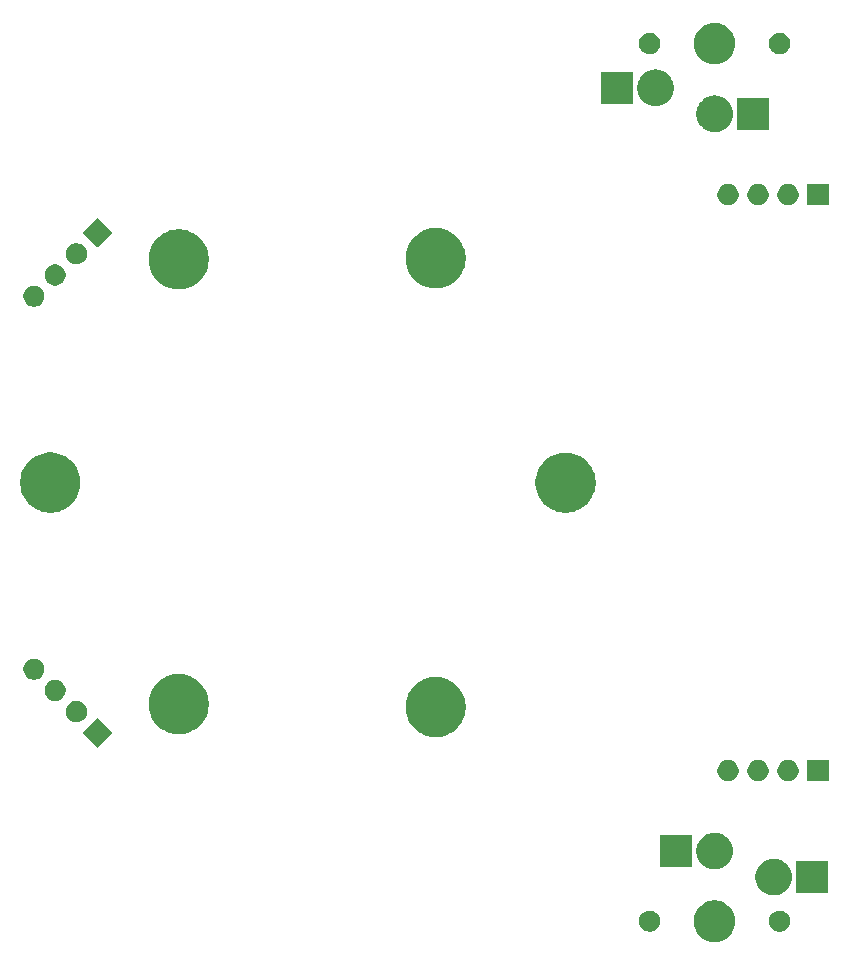
<source format=gbr>
G04 #@! TF.GenerationSoftware,KiCad,Pcbnew,9.0.2*
G04 #@! TF.CreationDate,2025-09-19T15:49:58-04:00*
G04 #@! TF.ProjectId,Trackball,54726163-6b62-4616-9c6c-2e6b69636164,rev?*
G04 #@! TF.SameCoordinates,Original*
G04 #@! TF.FileFunction,Soldermask,Bot*
G04 #@! TF.FilePolarity,Negative*
%FSLAX46Y46*%
G04 Gerber Fmt 4.6, Leading zero omitted, Abs format (unit mm)*
G04 Created by KiCad (PCBNEW 9.0.2) date 2025-09-19 15:49:58*
%MOMM*%
%LPD*%
G01*
G04 APERTURE LIST*
G04 APERTURE END LIST*
G36*
X245362432Y-137002424D02*
G01*
X245585501Y-137062195D01*
X245798861Y-137150571D01*
X245998859Y-137266040D01*
X246182075Y-137406627D01*
X246345373Y-137569925D01*
X246485960Y-137753141D01*
X246601429Y-137953139D01*
X246689805Y-138166499D01*
X246749576Y-138389568D01*
X246779720Y-138618531D01*
X246779720Y-138849469D01*
X246749576Y-139078432D01*
X246689805Y-139301501D01*
X246601429Y-139514861D01*
X246485960Y-139714859D01*
X246345373Y-139898075D01*
X246182075Y-140061373D01*
X245998859Y-140201960D01*
X245798861Y-140317429D01*
X245585501Y-140405805D01*
X245362432Y-140465576D01*
X245133469Y-140495720D01*
X244902531Y-140495720D01*
X244673568Y-140465576D01*
X244450499Y-140405805D01*
X244237139Y-140317429D01*
X244037141Y-140201960D01*
X243853925Y-140061373D01*
X243690627Y-139898075D01*
X243550040Y-139714859D01*
X243434571Y-139514861D01*
X243346195Y-139301501D01*
X243286424Y-139078432D01*
X243256280Y-138849469D01*
X243256280Y-138618531D01*
X243286424Y-138389568D01*
X243346195Y-138166499D01*
X243434571Y-137953139D01*
X243550040Y-137753141D01*
X243690627Y-137569925D01*
X243853925Y-137406627D01*
X244037141Y-137266040D01*
X244237139Y-137150571D01*
X244450499Y-137062195D01*
X244673568Y-137002424D01*
X244902531Y-136972280D01*
X245133469Y-136972280D01*
X245362432Y-137002424D01*
G37*
G36*
X239779808Y-137870936D02*
G01*
X239943153Y-137938595D01*
X240090159Y-138036822D01*
X240215178Y-138161841D01*
X240313405Y-138308847D01*
X240381064Y-138472192D01*
X240415557Y-138645598D01*
X240415557Y-138822402D01*
X240381064Y-138995808D01*
X240313405Y-139159153D01*
X240215178Y-139306159D01*
X240090159Y-139431178D01*
X239943153Y-139529405D01*
X239779808Y-139597064D01*
X239606402Y-139631557D01*
X239429598Y-139631557D01*
X239256192Y-139597064D01*
X239092847Y-139529405D01*
X238945841Y-139431178D01*
X238820822Y-139306159D01*
X238722595Y-139159153D01*
X238654936Y-138995808D01*
X238620443Y-138822402D01*
X238620443Y-138645598D01*
X238654936Y-138472192D01*
X238722595Y-138308847D01*
X238820822Y-138161841D01*
X238945841Y-138036822D01*
X239092847Y-137938595D01*
X239256192Y-137870936D01*
X239429598Y-137836443D01*
X239606402Y-137836443D01*
X239779808Y-137870936D01*
G37*
G36*
X250779808Y-137870936D02*
G01*
X250943153Y-137938595D01*
X251090159Y-138036822D01*
X251215178Y-138161841D01*
X251313405Y-138308847D01*
X251381064Y-138472192D01*
X251415557Y-138645598D01*
X251415557Y-138822402D01*
X251381064Y-138995808D01*
X251313405Y-139159153D01*
X251215178Y-139306159D01*
X251090159Y-139431178D01*
X250943153Y-139529405D01*
X250779808Y-139597064D01*
X250606402Y-139631557D01*
X250429598Y-139631557D01*
X250256192Y-139597064D01*
X250092847Y-139529405D01*
X249945841Y-139431178D01*
X249820822Y-139306159D01*
X249722595Y-139159153D01*
X249654936Y-138995808D01*
X249620443Y-138822402D01*
X249620443Y-138645598D01*
X249654936Y-138472192D01*
X249722595Y-138308847D01*
X249820822Y-138161841D01*
X249945841Y-138036822D01*
X250092847Y-137938595D01*
X250256192Y-137870936D01*
X250429598Y-137836443D01*
X250606402Y-137836443D01*
X250779808Y-137870936D01*
G37*
G36*
X250128482Y-133437781D02*
G01*
X250139690Y-133437781D01*
X250194888Y-133446523D01*
X250320534Y-133463065D01*
X250351189Y-133471279D01*
X250380074Y-133475854D01*
X250435620Y-133493902D01*
X250516467Y-133515565D01*
X250568050Y-133536931D01*
X250611542Y-133551063D01*
X250652286Y-133571823D01*
X250703870Y-133593190D01*
X250776353Y-133635038D01*
X250828395Y-133661555D01*
X250852055Y-133678745D01*
X250879539Y-133694613D01*
X250980074Y-133771756D01*
X251025294Y-133804610D01*
X251033219Y-133812535D01*
X251040466Y-133818096D01*
X251183903Y-133961533D01*
X251189463Y-133968779D01*
X251197390Y-133976706D01*
X251230247Y-134021930D01*
X251307386Y-134122460D01*
X251323252Y-134149941D01*
X251340445Y-134173605D01*
X251366964Y-134225652D01*
X251408809Y-134298129D01*
X251430173Y-134349706D01*
X251450937Y-134390458D01*
X251465070Y-134433955D01*
X251486434Y-134485532D01*
X251508093Y-134566366D01*
X251526146Y-134621926D01*
X251530721Y-134650816D01*
X251538934Y-134681465D01*
X251555474Y-134807099D01*
X251564219Y-134862310D01*
X251564219Y-134873518D01*
X251565412Y-134882580D01*
X251565412Y-135085419D01*
X251564219Y-135094480D01*
X251564219Y-135105690D01*
X251555473Y-135160905D01*
X251538934Y-135286534D01*
X251530722Y-135317180D01*
X251526146Y-135346074D01*
X251508091Y-135401638D01*
X251486434Y-135482467D01*
X251465071Y-135534039D01*
X251450937Y-135577542D01*
X251430171Y-135618297D01*
X251408809Y-135669870D01*
X251366968Y-135742338D01*
X251340445Y-135794395D01*
X251323249Y-135818062D01*
X251307386Y-135845539D01*
X251230261Y-135946050D01*
X251197390Y-135991294D01*
X251189459Y-135999224D01*
X251183903Y-136006466D01*
X251040466Y-136149903D01*
X251033224Y-136155459D01*
X251025294Y-136163390D01*
X250980050Y-136196261D01*
X250879539Y-136273386D01*
X250852062Y-136289249D01*
X250828395Y-136306445D01*
X250776338Y-136332968D01*
X250703870Y-136374809D01*
X250652297Y-136396171D01*
X250611542Y-136416937D01*
X250568039Y-136431071D01*
X250516467Y-136452434D01*
X250435638Y-136474091D01*
X250380074Y-136492146D01*
X250351180Y-136496722D01*
X250320534Y-136504934D01*
X250194902Y-136521474D01*
X250139690Y-136530219D01*
X250128481Y-136530219D01*
X250119420Y-136531412D01*
X249916580Y-136531412D01*
X249907519Y-136530219D01*
X249896310Y-136530219D01*
X249841099Y-136521474D01*
X249715465Y-136504934D01*
X249684816Y-136496721D01*
X249655926Y-136492146D01*
X249600366Y-136474093D01*
X249519532Y-136452434D01*
X249467955Y-136431070D01*
X249424458Y-136416937D01*
X249383706Y-136396173D01*
X249332129Y-136374809D01*
X249259652Y-136332964D01*
X249207605Y-136306445D01*
X249183941Y-136289252D01*
X249156460Y-136273386D01*
X249055930Y-136196247D01*
X249010706Y-136163390D01*
X249002779Y-136155463D01*
X248995533Y-136149903D01*
X248852096Y-136006466D01*
X248846535Y-135999219D01*
X248838610Y-135991294D01*
X248805756Y-135946074D01*
X248728613Y-135845539D01*
X248712745Y-135818055D01*
X248695555Y-135794395D01*
X248669038Y-135742353D01*
X248627190Y-135669870D01*
X248605823Y-135618286D01*
X248585063Y-135577542D01*
X248570931Y-135534050D01*
X248549565Y-135482467D01*
X248527902Y-135401620D01*
X248509854Y-135346074D01*
X248505279Y-135317189D01*
X248497065Y-135286534D01*
X248480524Y-135160891D01*
X248471781Y-135105690D01*
X248471781Y-135094480D01*
X248470588Y-135085419D01*
X248470588Y-134882580D01*
X248471781Y-134873518D01*
X248471781Y-134862310D01*
X248480523Y-134807113D01*
X248497065Y-134681465D01*
X248505279Y-134650807D01*
X248509854Y-134621926D01*
X248527900Y-134566383D01*
X248549565Y-134485532D01*
X248570933Y-134433944D01*
X248585063Y-134390458D01*
X248605821Y-134349717D01*
X248627190Y-134298129D01*
X248669042Y-134225637D01*
X248695555Y-134173605D01*
X248712742Y-134149948D01*
X248728613Y-134122460D01*
X248805770Y-134021906D01*
X248838610Y-133976706D01*
X248846532Y-133968783D01*
X248852096Y-133961533D01*
X248995533Y-133818096D01*
X249002783Y-133812532D01*
X249010706Y-133804610D01*
X249055906Y-133771770D01*
X249156460Y-133694613D01*
X249183948Y-133678742D01*
X249207605Y-133661555D01*
X249259637Y-133635042D01*
X249332129Y-133593190D01*
X249383717Y-133571821D01*
X249424458Y-133551063D01*
X249467944Y-133536933D01*
X249519532Y-133515565D01*
X249600383Y-133493900D01*
X249655926Y-133475854D01*
X249684807Y-133471279D01*
X249715465Y-133463065D01*
X249841113Y-133446523D01*
X249896310Y-133437781D01*
X249907518Y-133437781D01*
X249916580Y-133436588D01*
X250119420Y-133436588D01*
X250128482Y-133437781D01*
G37*
G36*
X254612517Y-133636882D02*
G01*
X254629062Y-133647938D01*
X254640118Y-133664483D01*
X254644000Y-133684000D01*
X254644000Y-136284000D01*
X254640118Y-136303517D01*
X254629062Y-136320062D01*
X254612517Y-136331118D01*
X254593000Y-136335000D01*
X251993000Y-136335000D01*
X251973483Y-136331118D01*
X251956938Y-136320062D01*
X251945882Y-136303517D01*
X251942000Y-136284000D01*
X251942000Y-133684000D01*
X251945882Y-133664483D01*
X251956938Y-133647938D01*
X251973483Y-133636882D01*
X251993000Y-133633000D01*
X254593000Y-133633000D01*
X254612517Y-133636882D01*
G37*
G36*
X245128482Y-131237781D02*
G01*
X245139690Y-131237781D01*
X245194888Y-131246523D01*
X245320534Y-131263065D01*
X245351189Y-131271279D01*
X245380074Y-131275854D01*
X245435620Y-131293902D01*
X245516467Y-131315565D01*
X245568050Y-131336931D01*
X245611542Y-131351063D01*
X245652286Y-131371823D01*
X245703870Y-131393190D01*
X245776353Y-131435038D01*
X245828395Y-131461555D01*
X245852055Y-131478745D01*
X245879539Y-131494613D01*
X245980074Y-131571756D01*
X246025294Y-131604610D01*
X246033219Y-131612535D01*
X246040466Y-131618096D01*
X246183903Y-131761533D01*
X246189463Y-131768779D01*
X246197390Y-131776706D01*
X246230247Y-131821930D01*
X246307386Y-131922460D01*
X246323252Y-131949941D01*
X246340445Y-131973605D01*
X246366964Y-132025652D01*
X246408809Y-132098129D01*
X246430173Y-132149706D01*
X246450937Y-132190458D01*
X246465070Y-132233955D01*
X246486434Y-132285532D01*
X246508093Y-132366366D01*
X246526146Y-132421926D01*
X246530721Y-132450816D01*
X246538934Y-132481465D01*
X246555474Y-132607099D01*
X246564219Y-132662310D01*
X246564219Y-132673518D01*
X246565412Y-132682580D01*
X246565412Y-132885419D01*
X246564219Y-132894480D01*
X246564219Y-132905690D01*
X246555473Y-132960905D01*
X246538934Y-133086534D01*
X246530722Y-133117180D01*
X246526146Y-133146074D01*
X246508091Y-133201638D01*
X246486434Y-133282467D01*
X246465071Y-133334039D01*
X246450937Y-133377542D01*
X246430171Y-133418297D01*
X246408809Y-133469870D01*
X246366968Y-133542338D01*
X246340445Y-133594395D01*
X246323249Y-133618062D01*
X246307386Y-133645539D01*
X246230261Y-133746050D01*
X246197390Y-133791294D01*
X246189459Y-133799224D01*
X246183903Y-133806466D01*
X246040466Y-133949903D01*
X246033224Y-133955459D01*
X246025294Y-133963390D01*
X245980050Y-133996261D01*
X245879539Y-134073386D01*
X245852062Y-134089249D01*
X245828395Y-134106445D01*
X245776338Y-134132968D01*
X245703870Y-134174809D01*
X245652297Y-134196171D01*
X245611542Y-134216937D01*
X245568039Y-134231071D01*
X245516467Y-134252434D01*
X245435638Y-134274091D01*
X245380074Y-134292146D01*
X245351180Y-134296722D01*
X245320534Y-134304934D01*
X245194902Y-134321474D01*
X245139690Y-134330219D01*
X245128481Y-134330219D01*
X245119420Y-134331412D01*
X244916580Y-134331412D01*
X244907519Y-134330219D01*
X244896310Y-134330219D01*
X244841099Y-134321474D01*
X244715465Y-134304934D01*
X244684816Y-134296721D01*
X244655926Y-134292146D01*
X244600366Y-134274093D01*
X244519532Y-134252434D01*
X244467955Y-134231070D01*
X244424458Y-134216937D01*
X244383706Y-134196173D01*
X244332129Y-134174809D01*
X244259652Y-134132964D01*
X244207605Y-134106445D01*
X244183941Y-134089252D01*
X244156460Y-134073386D01*
X244055930Y-133996247D01*
X244010706Y-133963390D01*
X244002779Y-133955463D01*
X243995533Y-133949903D01*
X243852096Y-133806466D01*
X243846535Y-133799219D01*
X243838610Y-133791294D01*
X243805756Y-133746074D01*
X243728613Y-133645539D01*
X243712745Y-133618055D01*
X243695555Y-133594395D01*
X243669038Y-133542353D01*
X243627190Y-133469870D01*
X243605823Y-133418286D01*
X243585063Y-133377542D01*
X243570931Y-133334050D01*
X243549565Y-133282467D01*
X243527902Y-133201620D01*
X243509854Y-133146074D01*
X243505279Y-133117189D01*
X243497065Y-133086534D01*
X243480524Y-132960891D01*
X243471781Y-132905690D01*
X243471781Y-132894480D01*
X243470588Y-132885419D01*
X243470588Y-132682580D01*
X243471781Y-132673518D01*
X243471781Y-132662310D01*
X243480523Y-132607113D01*
X243497065Y-132481465D01*
X243505279Y-132450807D01*
X243509854Y-132421926D01*
X243527900Y-132366383D01*
X243549565Y-132285532D01*
X243570933Y-132233944D01*
X243585063Y-132190458D01*
X243605821Y-132149717D01*
X243627190Y-132098129D01*
X243669042Y-132025637D01*
X243695555Y-131973605D01*
X243712742Y-131949948D01*
X243728613Y-131922460D01*
X243805770Y-131821906D01*
X243838610Y-131776706D01*
X243846532Y-131768783D01*
X243852096Y-131761533D01*
X243995533Y-131618096D01*
X244002783Y-131612532D01*
X244010706Y-131604610D01*
X244055906Y-131571770D01*
X244156460Y-131494613D01*
X244183948Y-131478742D01*
X244207605Y-131461555D01*
X244259637Y-131435042D01*
X244332129Y-131393190D01*
X244383717Y-131371821D01*
X244424458Y-131351063D01*
X244467944Y-131336933D01*
X244519532Y-131315565D01*
X244600383Y-131293900D01*
X244655926Y-131275854D01*
X244684807Y-131271279D01*
X244715465Y-131263065D01*
X244841113Y-131246523D01*
X244896310Y-131237781D01*
X244907518Y-131237781D01*
X244916580Y-131236588D01*
X245119420Y-131236588D01*
X245128482Y-131237781D01*
G37*
G36*
X243062517Y-131436882D02*
G01*
X243079062Y-131447938D01*
X243090118Y-131464483D01*
X243094000Y-131484000D01*
X243094000Y-134084000D01*
X243090118Y-134103517D01*
X243079062Y-134120062D01*
X243062517Y-134131118D01*
X243043000Y-134135000D01*
X240443000Y-134135000D01*
X240423483Y-134131118D01*
X240406938Y-134120062D01*
X240395882Y-134103517D01*
X240392000Y-134084000D01*
X240392000Y-131484000D01*
X240395882Y-131464483D01*
X240406938Y-131447938D01*
X240423483Y-131436882D01*
X240443000Y-131433000D01*
X243043000Y-131433000D01*
X243062517Y-131436882D01*
G37*
G36*
X254637517Y-125086882D02*
G01*
X254654062Y-125097938D01*
X254665118Y-125114483D01*
X254669000Y-125134000D01*
X254669000Y-126834000D01*
X254665118Y-126853517D01*
X254654062Y-126870062D01*
X254637517Y-126881118D01*
X254618000Y-126885000D01*
X252918000Y-126885000D01*
X252898483Y-126881118D01*
X252881938Y-126870062D01*
X252870882Y-126853517D01*
X252867000Y-126834000D01*
X252867000Y-125134000D01*
X252870882Y-125114483D01*
X252881938Y-125097938D01*
X252898483Y-125086882D01*
X252918000Y-125083000D01*
X254618000Y-125083000D01*
X254637517Y-125086882D01*
G37*
G36*
X246409546Y-125121797D02*
G01*
X246572728Y-125189389D01*
X246719588Y-125287518D01*
X246844482Y-125412412D01*
X246942611Y-125559272D01*
X247010203Y-125722454D01*
X247044661Y-125895687D01*
X247044661Y-126072313D01*
X247010203Y-126245546D01*
X246942611Y-126408728D01*
X246844482Y-126555588D01*
X246719588Y-126680482D01*
X246572728Y-126778611D01*
X246409546Y-126846203D01*
X246236313Y-126880661D01*
X246059687Y-126880661D01*
X245886454Y-126846203D01*
X245723272Y-126778611D01*
X245576412Y-126680482D01*
X245451518Y-126555588D01*
X245353389Y-126408728D01*
X245285797Y-126245546D01*
X245251339Y-126072313D01*
X245251339Y-125895687D01*
X245285797Y-125722454D01*
X245353389Y-125559272D01*
X245451518Y-125412412D01*
X245576412Y-125287518D01*
X245723272Y-125189389D01*
X245886454Y-125121797D01*
X246059687Y-125087339D01*
X246236313Y-125087339D01*
X246409546Y-125121797D01*
G37*
G36*
X248949546Y-125121797D02*
G01*
X249112728Y-125189389D01*
X249259588Y-125287518D01*
X249384482Y-125412412D01*
X249482611Y-125559272D01*
X249550203Y-125722454D01*
X249584661Y-125895687D01*
X249584661Y-126072313D01*
X249550203Y-126245546D01*
X249482611Y-126408728D01*
X249384482Y-126555588D01*
X249259588Y-126680482D01*
X249112728Y-126778611D01*
X248949546Y-126846203D01*
X248776313Y-126880661D01*
X248599687Y-126880661D01*
X248426454Y-126846203D01*
X248263272Y-126778611D01*
X248116412Y-126680482D01*
X247991518Y-126555588D01*
X247893389Y-126408728D01*
X247825797Y-126245546D01*
X247791339Y-126072313D01*
X247791339Y-125895687D01*
X247825797Y-125722454D01*
X247893389Y-125559272D01*
X247991518Y-125412412D01*
X248116412Y-125287518D01*
X248263272Y-125189389D01*
X248426454Y-125121797D01*
X248599687Y-125087339D01*
X248776313Y-125087339D01*
X248949546Y-125121797D01*
G37*
G36*
X251489546Y-125121797D02*
G01*
X251652728Y-125189389D01*
X251799588Y-125287518D01*
X251924482Y-125412412D01*
X252022611Y-125559272D01*
X252090203Y-125722454D01*
X252124661Y-125895687D01*
X252124661Y-126072313D01*
X252090203Y-126245546D01*
X252022611Y-126408728D01*
X251924482Y-126555588D01*
X251799588Y-126680482D01*
X251652728Y-126778611D01*
X251489546Y-126846203D01*
X251316313Y-126880661D01*
X251139687Y-126880661D01*
X250966454Y-126846203D01*
X250803272Y-126778611D01*
X250656412Y-126680482D01*
X250531518Y-126555588D01*
X250433389Y-126408728D01*
X250365797Y-126245546D01*
X250331339Y-126072313D01*
X250331339Y-125895687D01*
X250365797Y-125722454D01*
X250433389Y-125559272D01*
X250531518Y-125412412D01*
X250656412Y-125287518D01*
X250803272Y-125189389D01*
X250966454Y-125121797D01*
X251139687Y-125087339D01*
X251316313Y-125087339D01*
X251489546Y-125121797D01*
G37*
G36*
X192793466Y-121536851D02*
G01*
X192810011Y-121547907D01*
X194012093Y-122749989D01*
X194023149Y-122766534D01*
X194027030Y-122786051D01*
X194023149Y-122805568D01*
X194012093Y-122822113D01*
X192810011Y-124024195D01*
X192793466Y-124035251D01*
X192773949Y-124039132D01*
X192754432Y-124035251D01*
X192737887Y-124024195D01*
X191535805Y-122822113D01*
X191524749Y-122805568D01*
X191520868Y-122786051D01*
X191524749Y-122766534D01*
X191535805Y-122749989D01*
X192399734Y-121886060D01*
X192729182Y-121556611D01*
X192729185Y-121556608D01*
X192737887Y-121547907D01*
X192754432Y-121536851D01*
X192773949Y-121532970D01*
X192793466Y-121536851D01*
G37*
G36*
X221827308Y-118085043D02*
G01*
X222106207Y-118148700D01*
X222376225Y-118243183D01*
X222633967Y-118367305D01*
X222876190Y-118519504D01*
X223099850Y-118697867D01*
X223302133Y-118900150D01*
X223480496Y-119123810D01*
X223632695Y-119366033D01*
X223756817Y-119623775D01*
X223851300Y-119893793D01*
X223914957Y-120172692D01*
X223946987Y-120456964D01*
X223946987Y-120743036D01*
X223914957Y-121027308D01*
X223851300Y-121306207D01*
X223756817Y-121576225D01*
X223632695Y-121833967D01*
X223480496Y-122076190D01*
X223302133Y-122299850D01*
X223099850Y-122502133D01*
X222876190Y-122680496D01*
X222633967Y-122832695D01*
X222376225Y-122956817D01*
X222106207Y-123051300D01*
X221827308Y-123114957D01*
X221543036Y-123146987D01*
X221256964Y-123146987D01*
X220972692Y-123114957D01*
X220693793Y-123051300D01*
X220423775Y-122956817D01*
X220166033Y-122832695D01*
X219923810Y-122680496D01*
X219700150Y-122502133D01*
X219497867Y-122299850D01*
X219319504Y-122076190D01*
X219167305Y-121833967D01*
X219043183Y-121576225D01*
X218948700Y-121306207D01*
X218885043Y-121027308D01*
X218853013Y-120743036D01*
X218853013Y-120456964D01*
X218885043Y-120172692D01*
X218948700Y-119893793D01*
X219043183Y-119623775D01*
X219167305Y-119366033D01*
X219319504Y-119123810D01*
X219497867Y-118900150D01*
X219700150Y-118697867D01*
X219923810Y-118519504D01*
X220166033Y-118367305D01*
X220423775Y-118243183D01*
X220693793Y-118148700D01*
X220972692Y-118085043D01*
X221256964Y-118053013D01*
X221543036Y-118053013D01*
X221827308Y-118085043D01*
G37*
G36*
X200077308Y-117835043D02*
G01*
X200356207Y-117898700D01*
X200626225Y-117993183D01*
X200883967Y-118117305D01*
X201126190Y-118269504D01*
X201349850Y-118447867D01*
X201552133Y-118650150D01*
X201730496Y-118873810D01*
X201882695Y-119116033D01*
X202006817Y-119373775D01*
X202101300Y-119643793D01*
X202164957Y-119922692D01*
X202196987Y-120206964D01*
X202196987Y-120493036D01*
X202164957Y-120777308D01*
X202101300Y-121056207D01*
X202006817Y-121326225D01*
X201882695Y-121583967D01*
X201730496Y-121826190D01*
X201552133Y-122049850D01*
X201349850Y-122252133D01*
X201126190Y-122430496D01*
X200883967Y-122582695D01*
X200626225Y-122706817D01*
X200356207Y-122801300D01*
X200077308Y-122864957D01*
X199793036Y-122896987D01*
X199506964Y-122896987D01*
X199222692Y-122864957D01*
X198943793Y-122801300D01*
X198673775Y-122706817D01*
X198416033Y-122582695D01*
X198173810Y-122430496D01*
X197950150Y-122252133D01*
X197747867Y-122049850D01*
X197569504Y-121826190D01*
X197417305Y-121583967D01*
X197293183Y-121326225D01*
X197198700Y-121056207D01*
X197135043Y-120777308D01*
X197103013Y-120493036D01*
X197103013Y-120206964D01*
X197135043Y-119922692D01*
X197198700Y-119643793D01*
X197293183Y-119373775D01*
X197417305Y-119116033D01*
X197569504Y-118873810D01*
X197747867Y-118650150D01*
X197950150Y-118447867D01*
X198173810Y-118269504D01*
X198416033Y-118117305D01*
X198673775Y-117993183D01*
X198943793Y-117898700D01*
X199222692Y-117835043D01*
X199506964Y-117803013D01*
X199793036Y-117803013D01*
X200077308Y-117835043D01*
G37*
G36*
X191239444Y-120127797D02*
G01*
X191402626Y-120195389D01*
X191549486Y-120293518D01*
X191674380Y-120418412D01*
X191772509Y-120565272D01*
X191840101Y-120728454D01*
X191874559Y-120901687D01*
X191874559Y-121078313D01*
X191840101Y-121251546D01*
X191772509Y-121414728D01*
X191674380Y-121561588D01*
X191549486Y-121686482D01*
X191402626Y-121784611D01*
X191239444Y-121852203D01*
X191066211Y-121886661D01*
X190889585Y-121886661D01*
X190716352Y-121852203D01*
X190553170Y-121784611D01*
X190406310Y-121686482D01*
X190281416Y-121561588D01*
X190183287Y-121414728D01*
X190115695Y-121251546D01*
X190081237Y-121078313D01*
X190081237Y-120901687D01*
X190115695Y-120728454D01*
X190183287Y-120565272D01*
X190281416Y-120418412D01*
X190406310Y-120293518D01*
X190553170Y-120195389D01*
X190716352Y-120127797D01*
X190889585Y-120093339D01*
X191066211Y-120093339D01*
X191239444Y-120127797D01*
G37*
G36*
X189443393Y-118331746D02*
G01*
X189606575Y-118399338D01*
X189753435Y-118497467D01*
X189878329Y-118622361D01*
X189976458Y-118769221D01*
X190044050Y-118932403D01*
X190078508Y-119105636D01*
X190078508Y-119282262D01*
X190044050Y-119455495D01*
X189976458Y-119618677D01*
X189878329Y-119765537D01*
X189753435Y-119890431D01*
X189606575Y-119988560D01*
X189443393Y-120056152D01*
X189270160Y-120090610D01*
X189093534Y-120090610D01*
X188920301Y-120056152D01*
X188757119Y-119988560D01*
X188610259Y-119890431D01*
X188485365Y-119765537D01*
X188387236Y-119618677D01*
X188319644Y-119455495D01*
X188285186Y-119282262D01*
X188285186Y-119105636D01*
X188319644Y-118932403D01*
X188387236Y-118769221D01*
X188485365Y-118622361D01*
X188610259Y-118497467D01*
X188757119Y-118399338D01*
X188920301Y-118331746D01*
X189093534Y-118297288D01*
X189270160Y-118297288D01*
X189443393Y-118331746D01*
G37*
G36*
X187647341Y-116535694D02*
G01*
X187810523Y-116603286D01*
X187957383Y-116701415D01*
X188082277Y-116826309D01*
X188180406Y-116973169D01*
X188247998Y-117136351D01*
X188282456Y-117309584D01*
X188282456Y-117486210D01*
X188247998Y-117659443D01*
X188180406Y-117822625D01*
X188082277Y-117969485D01*
X187957383Y-118094379D01*
X187810523Y-118192508D01*
X187647341Y-118260100D01*
X187474108Y-118294558D01*
X187297482Y-118294558D01*
X187124249Y-118260100D01*
X186961067Y-118192508D01*
X186814207Y-118094379D01*
X186689313Y-117969485D01*
X186591184Y-117822625D01*
X186523592Y-117659443D01*
X186489134Y-117486210D01*
X186489134Y-117309584D01*
X186523592Y-117136351D01*
X186591184Y-116973169D01*
X186689313Y-116826309D01*
X186814207Y-116701415D01*
X186961067Y-116603286D01*
X187124249Y-116535694D01*
X187297482Y-116501236D01*
X187474108Y-116501236D01*
X187647341Y-116535694D01*
G37*
G36*
X232827308Y-99085043D02*
G01*
X233106207Y-99148700D01*
X233376225Y-99243183D01*
X233633967Y-99367305D01*
X233876190Y-99519504D01*
X234099850Y-99697867D01*
X234302133Y-99900150D01*
X234480496Y-100123810D01*
X234632695Y-100366033D01*
X234756817Y-100623775D01*
X234851300Y-100893793D01*
X234914957Y-101172692D01*
X234946987Y-101456964D01*
X234946987Y-101743036D01*
X234914957Y-102027308D01*
X234851300Y-102306207D01*
X234756817Y-102576225D01*
X234632695Y-102833967D01*
X234480496Y-103076190D01*
X234302133Y-103299850D01*
X234099850Y-103502133D01*
X233876190Y-103680496D01*
X233633967Y-103832695D01*
X233376225Y-103956817D01*
X233106207Y-104051300D01*
X232827308Y-104114957D01*
X232543036Y-104146987D01*
X232256964Y-104146987D01*
X231972692Y-104114957D01*
X231693793Y-104051300D01*
X231423775Y-103956817D01*
X231166033Y-103832695D01*
X230923810Y-103680496D01*
X230700150Y-103502133D01*
X230497867Y-103299850D01*
X230319504Y-103076190D01*
X230167305Y-102833967D01*
X230043183Y-102576225D01*
X229948700Y-102306207D01*
X229885043Y-102027308D01*
X229853013Y-101743036D01*
X229853013Y-101456964D01*
X229885043Y-101172692D01*
X229948700Y-100893793D01*
X230043183Y-100623775D01*
X230167305Y-100366033D01*
X230319504Y-100123810D01*
X230497867Y-99900150D01*
X230700150Y-99697867D01*
X230923810Y-99519504D01*
X231166033Y-99367305D01*
X231423775Y-99243183D01*
X231693793Y-99148700D01*
X231972692Y-99085043D01*
X232256964Y-99053013D01*
X232543036Y-99053013D01*
X232827308Y-99085043D01*
G37*
G36*
X189202308Y-99081489D02*
G01*
X189481207Y-99145146D01*
X189751225Y-99239629D01*
X190008967Y-99363751D01*
X190251190Y-99515950D01*
X190474850Y-99694313D01*
X190677133Y-99896596D01*
X190855496Y-100120256D01*
X191007695Y-100362479D01*
X191131817Y-100620221D01*
X191226300Y-100890239D01*
X191289957Y-101169138D01*
X191321987Y-101453410D01*
X191321987Y-101739482D01*
X191289957Y-102023754D01*
X191226300Y-102302653D01*
X191131817Y-102572671D01*
X191007695Y-102830413D01*
X190855496Y-103072636D01*
X190677133Y-103296296D01*
X190474850Y-103498579D01*
X190251190Y-103676942D01*
X190008967Y-103829141D01*
X189751225Y-103953263D01*
X189481207Y-104047746D01*
X189202308Y-104111403D01*
X188918036Y-104143433D01*
X188631964Y-104143433D01*
X188347692Y-104111403D01*
X188068793Y-104047746D01*
X187798775Y-103953263D01*
X187541033Y-103829141D01*
X187298810Y-103676942D01*
X187075150Y-103498579D01*
X186872867Y-103296296D01*
X186694504Y-103072636D01*
X186542305Y-102830413D01*
X186418183Y-102572671D01*
X186323700Y-102302653D01*
X186260043Y-102023754D01*
X186228013Y-101739482D01*
X186228013Y-101453410D01*
X186260043Y-101169138D01*
X186323700Y-100890239D01*
X186418183Y-100620221D01*
X186542305Y-100362479D01*
X186694504Y-100120256D01*
X186872867Y-99896596D01*
X187075150Y-99694313D01*
X187298810Y-99515950D01*
X187541033Y-99363751D01*
X187798775Y-99239629D01*
X188068793Y-99145146D01*
X188347692Y-99081489D01*
X188631964Y-99049459D01*
X188918036Y-99049459D01*
X189202308Y-99081489D01*
G37*
G36*
X187647341Y-84949900D02*
G01*
X187810523Y-85017492D01*
X187957383Y-85115621D01*
X188082277Y-85240515D01*
X188180406Y-85387375D01*
X188247998Y-85550557D01*
X188282456Y-85723790D01*
X188282456Y-85900416D01*
X188247998Y-86073649D01*
X188180406Y-86236831D01*
X188082277Y-86383691D01*
X187957383Y-86508585D01*
X187810523Y-86606714D01*
X187647341Y-86674306D01*
X187474108Y-86708764D01*
X187297482Y-86708764D01*
X187124249Y-86674306D01*
X186961067Y-86606714D01*
X186814207Y-86508585D01*
X186689313Y-86383691D01*
X186591184Y-86236831D01*
X186523592Y-86073649D01*
X186489134Y-85900416D01*
X186489134Y-85723790D01*
X186523592Y-85550557D01*
X186591184Y-85387375D01*
X186689313Y-85240515D01*
X186814207Y-85115621D01*
X186961067Y-85017492D01*
X187124249Y-84949900D01*
X187297482Y-84915442D01*
X187474108Y-84915442D01*
X187647341Y-84949900D01*
G37*
G36*
X200077308Y-80185043D02*
G01*
X200356207Y-80248700D01*
X200626225Y-80343183D01*
X200883967Y-80467305D01*
X201126190Y-80619504D01*
X201349850Y-80797867D01*
X201552133Y-81000150D01*
X201730496Y-81223810D01*
X201882695Y-81466033D01*
X202006817Y-81723775D01*
X202101300Y-81993793D01*
X202164957Y-82272692D01*
X202196987Y-82556964D01*
X202196987Y-82843036D01*
X202164957Y-83127308D01*
X202101300Y-83406207D01*
X202006817Y-83676225D01*
X201882695Y-83933967D01*
X201730496Y-84176190D01*
X201552133Y-84399850D01*
X201349850Y-84602133D01*
X201126190Y-84780496D01*
X200883967Y-84932695D01*
X200626225Y-85056817D01*
X200356207Y-85151300D01*
X200077308Y-85214957D01*
X199793036Y-85246987D01*
X199506964Y-85246987D01*
X199222692Y-85214957D01*
X198943793Y-85151300D01*
X198673775Y-85056817D01*
X198416033Y-84932695D01*
X198173810Y-84780496D01*
X197950150Y-84602133D01*
X197747867Y-84399850D01*
X197569504Y-84176190D01*
X197417305Y-83933967D01*
X197293183Y-83676225D01*
X197198700Y-83406207D01*
X197135043Y-83127308D01*
X197103013Y-82843036D01*
X197103013Y-82556964D01*
X197135043Y-82272692D01*
X197198700Y-81993793D01*
X197293183Y-81723775D01*
X197417305Y-81466033D01*
X197569504Y-81223810D01*
X197747867Y-81000150D01*
X197950150Y-80797867D01*
X198173810Y-80619504D01*
X198416033Y-80467305D01*
X198673775Y-80343183D01*
X198943793Y-80248700D01*
X199222692Y-80185043D01*
X199506964Y-80153013D01*
X199793036Y-80153013D01*
X200077308Y-80185043D01*
G37*
G36*
X221827308Y-80085043D02*
G01*
X222106207Y-80148700D01*
X222376225Y-80243183D01*
X222633967Y-80367305D01*
X222876190Y-80519504D01*
X223099850Y-80697867D01*
X223302133Y-80900150D01*
X223480496Y-81123810D01*
X223632695Y-81366033D01*
X223756817Y-81623775D01*
X223851300Y-81893793D01*
X223914957Y-82172692D01*
X223946987Y-82456964D01*
X223946987Y-82743036D01*
X223914957Y-83027308D01*
X223851300Y-83306207D01*
X223756817Y-83576225D01*
X223632695Y-83833967D01*
X223480496Y-84076190D01*
X223302133Y-84299850D01*
X223099850Y-84502133D01*
X222876190Y-84680496D01*
X222633967Y-84832695D01*
X222376225Y-84956817D01*
X222106207Y-85051300D01*
X221827308Y-85114957D01*
X221543036Y-85146987D01*
X221256964Y-85146987D01*
X220972692Y-85114957D01*
X220693793Y-85051300D01*
X220423775Y-84956817D01*
X220166033Y-84832695D01*
X219923810Y-84680496D01*
X219700150Y-84502133D01*
X219497867Y-84299850D01*
X219319504Y-84076190D01*
X219167305Y-83833967D01*
X219043183Y-83576225D01*
X218948700Y-83306207D01*
X218885043Y-83027308D01*
X218853013Y-82743036D01*
X218853013Y-82456964D01*
X218885043Y-82172692D01*
X218948700Y-81893793D01*
X219043183Y-81623775D01*
X219167305Y-81366033D01*
X219319504Y-81123810D01*
X219497867Y-80900150D01*
X219700150Y-80697867D01*
X219923810Y-80519504D01*
X220166033Y-80367305D01*
X220423775Y-80243183D01*
X220693793Y-80148700D01*
X220972692Y-80085043D01*
X221256964Y-80053013D01*
X221543036Y-80053013D01*
X221827308Y-80085043D01*
G37*
G36*
X189443393Y-83153848D02*
G01*
X189606575Y-83221440D01*
X189753435Y-83319569D01*
X189878329Y-83444463D01*
X189976458Y-83591323D01*
X190044050Y-83754505D01*
X190078508Y-83927738D01*
X190078508Y-84104364D01*
X190044050Y-84277597D01*
X189976458Y-84440779D01*
X189878329Y-84587639D01*
X189753435Y-84712533D01*
X189606575Y-84810662D01*
X189443393Y-84878254D01*
X189270160Y-84912712D01*
X189093534Y-84912712D01*
X188920301Y-84878254D01*
X188757119Y-84810662D01*
X188610259Y-84712533D01*
X188485365Y-84587639D01*
X188387236Y-84440779D01*
X188319644Y-84277597D01*
X188285186Y-84104364D01*
X188285186Y-83927738D01*
X188319644Y-83754505D01*
X188387236Y-83591323D01*
X188485365Y-83444463D01*
X188610259Y-83319569D01*
X188757119Y-83221440D01*
X188920301Y-83153848D01*
X189093534Y-83119390D01*
X189270160Y-83119390D01*
X189443393Y-83153848D01*
G37*
G36*
X191239444Y-81357797D02*
G01*
X191402626Y-81425389D01*
X191549486Y-81523518D01*
X191674380Y-81648412D01*
X191772509Y-81795272D01*
X191840101Y-81958454D01*
X191874559Y-82131687D01*
X191874559Y-82308313D01*
X191840101Y-82481546D01*
X191772509Y-82644728D01*
X191674380Y-82791588D01*
X191549486Y-82916482D01*
X191402626Y-83014611D01*
X191239444Y-83082203D01*
X191066211Y-83116661D01*
X190889585Y-83116661D01*
X190716352Y-83082203D01*
X190553170Y-83014611D01*
X190406310Y-82916482D01*
X190281416Y-82791588D01*
X190183287Y-82644728D01*
X190115695Y-82481546D01*
X190081237Y-82308313D01*
X190081237Y-82131687D01*
X190115695Y-81958454D01*
X190183287Y-81795272D01*
X190281416Y-81648412D01*
X190406310Y-81523518D01*
X190553170Y-81425389D01*
X190716352Y-81357797D01*
X190889585Y-81323339D01*
X191066211Y-81323339D01*
X191239444Y-81357797D01*
G37*
G36*
X192793466Y-79174749D02*
G01*
X192810011Y-79185805D01*
X194012093Y-80387887D01*
X194023149Y-80404432D01*
X194027030Y-80423949D01*
X194023149Y-80443466D01*
X194012093Y-80460011D01*
X192810011Y-81662093D01*
X192793466Y-81673149D01*
X192773949Y-81677030D01*
X192754432Y-81673149D01*
X192737887Y-81662093D01*
X191535805Y-80460011D01*
X191524749Y-80443466D01*
X191520868Y-80423949D01*
X191524749Y-80404432D01*
X191535805Y-80387887D01*
X192136846Y-79786846D01*
X192729182Y-79194509D01*
X192729185Y-79194506D01*
X192737887Y-79185805D01*
X192754432Y-79174749D01*
X192773949Y-79170868D01*
X192793466Y-79174749D01*
G37*
G36*
X254637517Y-76318882D02*
G01*
X254654062Y-76329938D01*
X254665118Y-76346483D01*
X254669000Y-76366000D01*
X254669000Y-78066000D01*
X254665118Y-78085517D01*
X254654062Y-78102062D01*
X254637517Y-78113118D01*
X254618000Y-78117000D01*
X252918000Y-78117000D01*
X252898483Y-78113118D01*
X252881938Y-78102062D01*
X252870882Y-78085517D01*
X252867000Y-78066000D01*
X252867000Y-76366000D01*
X252870882Y-76346483D01*
X252881938Y-76329938D01*
X252898483Y-76318882D01*
X252918000Y-76315000D01*
X254618000Y-76315000D01*
X254637517Y-76318882D01*
G37*
G36*
X246409546Y-76353797D02*
G01*
X246572728Y-76421389D01*
X246719588Y-76519518D01*
X246844482Y-76644412D01*
X246942611Y-76791272D01*
X247010203Y-76954454D01*
X247044661Y-77127687D01*
X247044661Y-77304313D01*
X247010203Y-77477546D01*
X246942611Y-77640728D01*
X246844482Y-77787588D01*
X246719588Y-77912482D01*
X246572728Y-78010611D01*
X246409546Y-78078203D01*
X246236313Y-78112661D01*
X246059687Y-78112661D01*
X245886454Y-78078203D01*
X245723272Y-78010611D01*
X245576412Y-77912482D01*
X245451518Y-77787588D01*
X245353389Y-77640728D01*
X245285797Y-77477546D01*
X245251339Y-77304313D01*
X245251339Y-77127687D01*
X245285797Y-76954454D01*
X245353389Y-76791272D01*
X245451518Y-76644412D01*
X245576412Y-76519518D01*
X245723272Y-76421389D01*
X245886454Y-76353797D01*
X246059687Y-76319339D01*
X246236313Y-76319339D01*
X246409546Y-76353797D01*
G37*
G36*
X248949546Y-76353797D02*
G01*
X249112728Y-76421389D01*
X249259588Y-76519518D01*
X249384482Y-76644412D01*
X249482611Y-76791272D01*
X249550203Y-76954454D01*
X249584661Y-77127687D01*
X249584661Y-77304313D01*
X249550203Y-77477546D01*
X249482611Y-77640728D01*
X249384482Y-77787588D01*
X249259588Y-77912482D01*
X249112728Y-78010611D01*
X248949546Y-78078203D01*
X248776313Y-78112661D01*
X248599687Y-78112661D01*
X248426454Y-78078203D01*
X248263272Y-78010611D01*
X248116412Y-77912482D01*
X247991518Y-77787588D01*
X247893389Y-77640728D01*
X247825797Y-77477546D01*
X247791339Y-77304313D01*
X247791339Y-77127687D01*
X247825797Y-76954454D01*
X247893389Y-76791272D01*
X247991518Y-76644412D01*
X248116412Y-76519518D01*
X248263272Y-76421389D01*
X248426454Y-76353797D01*
X248599687Y-76319339D01*
X248776313Y-76319339D01*
X248949546Y-76353797D01*
G37*
G36*
X251489546Y-76353797D02*
G01*
X251652728Y-76421389D01*
X251799588Y-76519518D01*
X251924482Y-76644412D01*
X252022611Y-76791272D01*
X252090203Y-76954454D01*
X252124661Y-77127687D01*
X252124661Y-77304313D01*
X252090203Y-77477546D01*
X252022611Y-77640728D01*
X251924482Y-77787588D01*
X251799588Y-77912482D01*
X251652728Y-78010611D01*
X251489546Y-78078203D01*
X251316313Y-78112661D01*
X251139687Y-78112661D01*
X250966454Y-78078203D01*
X250803272Y-78010611D01*
X250656412Y-77912482D01*
X250531518Y-77787588D01*
X250433389Y-77640728D01*
X250365797Y-77477546D01*
X250331339Y-77304313D01*
X250331339Y-77127687D01*
X250365797Y-76954454D01*
X250433389Y-76791272D01*
X250531518Y-76644412D01*
X250656412Y-76519518D01*
X250803272Y-76421389D01*
X250966454Y-76353797D01*
X251139687Y-76319339D01*
X251316313Y-76319339D01*
X251489546Y-76353797D01*
G37*
G36*
X245128482Y-68819781D02*
G01*
X245139690Y-68819781D01*
X245194888Y-68828523D01*
X245320534Y-68845065D01*
X245351189Y-68853279D01*
X245380074Y-68857854D01*
X245435620Y-68875902D01*
X245516467Y-68897565D01*
X245568050Y-68918931D01*
X245611542Y-68933063D01*
X245652286Y-68953823D01*
X245703870Y-68975190D01*
X245776353Y-69017038D01*
X245828395Y-69043555D01*
X245852055Y-69060745D01*
X245879539Y-69076613D01*
X245980074Y-69153756D01*
X246025294Y-69186610D01*
X246033219Y-69194535D01*
X246040466Y-69200096D01*
X246183903Y-69343533D01*
X246189463Y-69350779D01*
X246197390Y-69358706D01*
X246230247Y-69403930D01*
X246307386Y-69504460D01*
X246323252Y-69531941D01*
X246340445Y-69555605D01*
X246366964Y-69607652D01*
X246408809Y-69680129D01*
X246430173Y-69731706D01*
X246450937Y-69772458D01*
X246465070Y-69815955D01*
X246486434Y-69867532D01*
X246508093Y-69948366D01*
X246526146Y-70003926D01*
X246530721Y-70032816D01*
X246538934Y-70063465D01*
X246555474Y-70189099D01*
X246564219Y-70244310D01*
X246564219Y-70255518D01*
X246565412Y-70264580D01*
X246565412Y-70467419D01*
X246564219Y-70476480D01*
X246564219Y-70487690D01*
X246555473Y-70542905D01*
X246538934Y-70668534D01*
X246530722Y-70699180D01*
X246526146Y-70728074D01*
X246508091Y-70783638D01*
X246486434Y-70864467D01*
X246465071Y-70916039D01*
X246450937Y-70959542D01*
X246430171Y-71000297D01*
X246408809Y-71051870D01*
X246366968Y-71124338D01*
X246340445Y-71176395D01*
X246323249Y-71200062D01*
X246307386Y-71227539D01*
X246230261Y-71328050D01*
X246197390Y-71373294D01*
X246189459Y-71381224D01*
X246183903Y-71388466D01*
X246040466Y-71531903D01*
X246033224Y-71537459D01*
X246025294Y-71545390D01*
X245980050Y-71578261D01*
X245879539Y-71655386D01*
X245852062Y-71671249D01*
X245828395Y-71688445D01*
X245776338Y-71714968D01*
X245703870Y-71756809D01*
X245652297Y-71778171D01*
X245611542Y-71798937D01*
X245568039Y-71813071D01*
X245516467Y-71834434D01*
X245435638Y-71856091D01*
X245380074Y-71874146D01*
X245351180Y-71878722D01*
X245320534Y-71886934D01*
X245194902Y-71903474D01*
X245139690Y-71912219D01*
X245128481Y-71912219D01*
X245119420Y-71913412D01*
X244916580Y-71913412D01*
X244907519Y-71912219D01*
X244896310Y-71912219D01*
X244841099Y-71903474D01*
X244715465Y-71886934D01*
X244684816Y-71878721D01*
X244655926Y-71874146D01*
X244600366Y-71856093D01*
X244519532Y-71834434D01*
X244467955Y-71813070D01*
X244424458Y-71798937D01*
X244383706Y-71778173D01*
X244332129Y-71756809D01*
X244259652Y-71714964D01*
X244207605Y-71688445D01*
X244183941Y-71671252D01*
X244156460Y-71655386D01*
X244055930Y-71578247D01*
X244010706Y-71545390D01*
X244002779Y-71537463D01*
X243995533Y-71531903D01*
X243852096Y-71388466D01*
X243846535Y-71381219D01*
X243838610Y-71373294D01*
X243805756Y-71328074D01*
X243728613Y-71227539D01*
X243712745Y-71200055D01*
X243695555Y-71176395D01*
X243669038Y-71124353D01*
X243627190Y-71051870D01*
X243605823Y-71000286D01*
X243585063Y-70959542D01*
X243570931Y-70916050D01*
X243549565Y-70864467D01*
X243527902Y-70783620D01*
X243509854Y-70728074D01*
X243505279Y-70699189D01*
X243497065Y-70668534D01*
X243480524Y-70542891D01*
X243471781Y-70487690D01*
X243471781Y-70476480D01*
X243470588Y-70467419D01*
X243470588Y-70264580D01*
X243471781Y-70255518D01*
X243471781Y-70244310D01*
X243480523Y-70189113D01*
X243497065Y-70063465D01*
X243505279Y-70032807D01*
X243509854Y-70003926D01*
X243527900Y-69948383D01*
X243549565Y-69867532D01*
X243570933Y-69815944D01*
X243585063Y-69772458D01*
X243605821Y-69731717D01*
X243627190Y-69680129D01*
X243669042Y-69607637D01*
X243695555Y-69555605D01*
X243712742Y-69531948D01*
X243728613Y-69504460D01*
X243805770Y-69403906D01*
X243838610Y-69358706D01*
X243846532Y-69350783D01*
X243852096Y-69343533D01*
X243995533Y-69200096D01*
X244002783Y-69194532D01*
X244010706Y-69186610D01*
X244055906Y-69153770D01*
X244156460Y-69076613D01*
X244183948Y-69060742D01*
X244207605Y-69043555D01*
X244259637Y-69017042D01*
X244332129Y-68975190D01*
X244383717Y-68953821D01*
X244424458Y-68933063D01*
X244467944Y-68918933D01*
X244519532Y-68897565D01*
X244600383Y-68875900D01*
X244655926Y-68857854D01*
X244684807Y-68853279D01*
X244715465Y-68845065D01*
X244841113Y-68828523D01*
X244896310Y-68819781D01*
X244907518Y-68819781D01*
X244916580Y-68818588D01*
X245119420Y-68818588D01*
X245128482Y-68819781D01*
G37*
G36*
X249612517Y-69018882D02*
G01*
X249629062Y-69029938D01*
X249640118Y-69046483D01*
X249644000Y-69066000D01*
X249644000Y-71666000D01*
X249640118Y-71685517D01*
X249629062Y-71702062D01*
X249612517Y-71713118D01*
X249593000Y-71717000D01*
X246993000Y-71717000D01*
X246973483Y-71713118D01*
X246956938Y-71702062D01*
X246945882Y-71685517D01*
X246942000Y-71666000D01*
X246942000Y-69066000D01*
X246945882Y-69046483D01*
X246956938Y-69029938D01*
X246973483Y-69018882D01*
X246993000Y-69015000D01*
X249593000Y-69015000D01*
X249612517Y-69018882D01*
G37*
G36*
X240128482Y-66619781D02*
G01*
X240139690Y-66619781D01*
X240194888Y-66628523D01*
X240320534Y-66645065D01*
X240351189Y-66653279D01*
X240380074Y-66657854D01*
X240435620Y-66675902D01*
X240516467Y-66697565D01*
X240568050Y-66718931D01*
X240611542Y-66733063D01*
X240652286Y-66753823D01*
X240703870Y-66775190D01*
X240776353Y-66817038D01*
X240828395Y-66843555D01*
X240852055Y-66860745D01*
X240879539Y-66876613D01*
X240980074Y-66953756D01*
X241025294Y-66986610D01*
X241033219Y-66994535D01*
X241040466Y-67000096D01*
X241183903Y-67143533D01*
X241189463Y-67150779D01*
X241197390Y-67158706D01*
X241230247Y-67203930D01*
X241307386Y-67304460D01*
X241323252Y-67331941D01*
X241340445Y-67355605D01*
X241366964Y-67407652D01*
X241408809Y-67480129D01*
X241430173Y-67531706D01*
X241450937Y-67572458D01*
X241465070Y-67615955D01*
X241486434Y-67667532D01*
X241508093Y-67748366D01*
X241526146Y-67803926D01*
X241530721Y-67832816D01*
X241538934Y-67863465D01*
X241555474Y-67989099D01*
X241564219Y-68044310D01*
X241564219Y-68055518D01*
X241565412Y-68064580D01*
X241565412Y-68267419D01*
X241564219Y-68276480D01*
X241564219Y-68287690D01*
X241555473Y-68342905D01*
X241538934Y-68468534D01*
X241530722Y-68499180D01*
X241526146Y-68528074D01*
X241508091Y-68583638D01*
X241486434Y-68664467D01*
X241465071Y-68716039D01*
X241450937Y-68759542D01*
X241430171Y-68800297D01*
X241408809Y-68851870D01*
X241366968Y-68924338D01*
X241340445Y-68976395D01*
X241323249Y-69000062D01*
X241307386Y-69027539D01*
X241230261Y-69128050D01*
X241197390Y-69173294D01*
X241189459Y-69181224D01*
X241183903Y-69188466D01*
X241040466Y-69331903D01*
X241033224Y-69337459D01*
X241025294Y-69345390D01*
X240980050Y-69378261D01*
X240879539Y-69455386D01*
X240852062Y-69471249D01*
X240828395Y-69488445D01*
X240776338Y-69514968D01*
X240703870Y-69556809D01*
X240652297Y-69578171D01*
X240611542Y-69598937D01*
X240568039Y-69613071D01*
X240516467Y-69634434D01*
X240435638Y-69656091D01*
X240380074Y-69674146D01*
X240351180Y-69678722D01*
X240320534Y-69686934D01*
X240194902Y-69703474D01*
X240139690Y-69712219D01*
X240128481Y-69712219D01*
X240119420Y-69713412D01*
X239916580Y-69713412D01*
X239907519Y-69712219D01*
X239896310Y-69712219D01*
X239841099Y-69703474D01*
X239715465Y-69686934D01*
X239684816Y-69678721D01*
X239655926Y-69674146D01*
X239600366Y-69656093D01*
X239519532Y-69634434D01*
X239467955Y-69613070D01*
X239424458Y-69598937D01*
X239383706Y-69578173D01*
X239332129Y-69556809D01*
X239259652Y-69514964D01*
X239207605Y-69488445D01*
X239183941Y-69471252D01*
X239156460Y-69455386D01*
X239055930Y-69378247D01*
X239010706Y-69345390D01*
X239002779Y-69337463D01*
X238995533Y-69331903D01*
X238852096Y-69188466D01*
X238846535Y-69181219D01*
X238838610Y-69173294D01*
X238805756Y-69128074D01*
X238728613Y-69027539D01*
X238712745Y-69000055D01*
X238695555Y-68976395D01*
X238669038Y-68924353D01*
X238627190Y-68851870D01*
X238605823Y-68800286D01*
X238585063Y-68759542D01*
X238570931Y-68716050D01*
X238549565Y-68664467D01*
X238527902Y-68583620D01*
X238509854Y-68528074D01*
X238505279Y-68499189D01*
X238497065Y-68468534D01*
X238480524Y-68342891D01*
X238471781Y-68287690D01*
X238471781Y-68276480D01*
X238470588Y-68267419D01*
X238470588Y-68064580D01*
X238471781Y-68055518D01*
X238471781Y-68044310D01*
X238480523Y-67989113D01*
X238497065Y-67863465D01*
X238505279Y-67832807D01*
X238509854Y-67803926D01*
X238527900Y-67748383D01*
X238549565Y-67667532D01*
X238570933Y-67615944D01*
X238585063Y-67572458D01*
X238605821Y-67531717D01*
X238627190Y-67480129D01*
X238669042Y-67407637D01*
X238695555Y-67355605D01*
X238712742Y-67331948D01*
X238728613Y-67304460D01*
X238805770Y-67203906D01*
X238838610Y-67158706D01*
X238846532Y-67150783D01*
X238852096Y-67143533D01*
X238995533Y-67000096D01*
X239002783Y-66994532D01*
X239010706Y-66986610D01*
X239055906Y-66953770D01*
X239156460Y-66876613D01*
X239183948Y-66860742D01*
X239207605Y-66843555D01*
X239259637Y-66817042D01*
X239332129Y-66775190D01*
X239383717Y-66753821D01*
X239424458Y-66733063D01*
X239467944Y-66718933D01*
X239519532Y-66697565D01*
X239600383Y-66675900D01*
X239655926Y-66657854D01*
X239684807Y-66653279D01*
X239715465Y-66645065D01*
X239841113Y-66628523D01*
X239896310Y-66619781D01*
X239907518Y-66619781D01*
X239916580Y-66618588D01*
X240119420Y-66618588D01*
X240128482Y-66619781D01*
G37*
G36*
X238062517Y-66818882D02*
G01*
X238079062Y-66829938D01*
X238090118Y-66846483D01*
X238094000Y-66866000D01*
X238094000Y-69466000D01*
X238090118Y-69485517D01*
X238079062Y-69502062D01*
X238062517Y-69513118D01*
X238043000Y-69517000D01*
X235443000Y-69517000D01*
X235423483Y-69513118D01*
X235406938Y-69502062D01*
X235395882Y-69485517D01*
X235392000Y-69466000D01*
X235392000Y-66866000D01*
X235395882Y-66846483D01*
X235406938Y-66829938D01*
X235423483Y-66818882D01*
X235443000Y-66815000D01*
X238043000Y-66815000D01*
X238062517Y-66818882D01*
G37*
G36*
X245362432Y-62684424D02*
G01*
X245585501Y-62744195D01*
X245798861Y-62832571D01*
X245998859Y-62948040D01*
X246182075Y-63088627D01*
X246345373Y-63251925D01*
X246485960Y-63435141D01*
X246601429Y-63635139D01*
X246689805Y-63848499D01*
X246749576Y-64071568D01*
X246779720Y-64300531D01*
X246779720Y-64531469D01*
X246749576Y-64760432D01*
X246689805Y-64983501D01*
X246601429Y-65196861D01*
X246485960Y-65396859D01*
X246345373Y-65580075D01*
X246182075Y-65743373D01*
X245998859Y-65883960D01*
X245798861Y-65999429D01*
X245585501Y-66087805D01*
X245362432Y-66147576D01*
X245133469Y-66177720D01*
X244902531Y-66177720D01*
X244673568Y-66147576D01*
X244450499Y-66087805D01*
X244237139Y-65999429D01*
X244037141Y-65883960D01*
X243853925Y-65743373D01*
X243690627Y-65580075D01*
X243550040Y-65396859D01*
X243434571Y-65196861D01*
X243346195Y-64983501D01*
X243286424Y-64760432D01*
X243256280Y-64531469D01*
X243256280Y-64300531D01*
X243286424Y-64071568D01*
X243346195Y-63848499D01*
X243434571Y-63635139D01*
X243550040Y-63435141D01*
X243690627Y-63251925D01*
X243853925Y-63088627D01*
X244037141Y-62948040D01*
X244237139Y-62832571D01*
X244450499Y-62744195D01*
X244673568Y-62684424D01*
X244902531Y-62654280D01*
X245133469Y-62654280D01*
X245362432Y-62684424D01*
G37*
G36*
X239779808Y-63552936D02*
G01*
X239943153Y-63620595D01*
X240090159Y-63718822D01*
X240215178Y-63843841D01*
X240313405Y-63990847D01*
X240381064Y-64154192D01*
X240415557Y-64327598D01*
X240415557Y-64504402D01*
X240381064Y-64677808D01*
X240313405Y-64841153D01*
X240215178Y-64988159D01*
X240090159Y-65113178D01*
X239943153Y-65211405D01*
X239779808Y-65279064D01*
X239606402Y-65313557D01*
X239429598Y-65313557D01*
X239256192Y-65279064D01*
X239092847Y-65211405D01*
X238945841Y-65113178D01*
X238820822Y-64988159D01*
X238722595Y-64841153D01*
X238654936Y-64677808D01*
X238620443Y-64504402D01*
X238620443Y-64327598D01*
X238654936Y-64154192D01*
X238722595Y-63990847D01*
X238820822Y-63843841D01*
X238945841Y-63718822D01*
X239092847Y-63620595D01*
X239256192Y-63552936D01*
X239429598Y-63518443D01*
X239606402Y-63518443D01*
X239779808Y-63552936D01*
G37*
G36*
X250779808Y-63552936D02*
G01*
X250943153Y-63620595D01*
X251090159Y-63718822D01*
X251215178Y-63843841D01*
X251313405Y-63990847D01*
X251381064Y-64154192D01*
X251415557Y-64327598D01*
X251415557Y-64504402D01*
X251381064Y-64677808D01*
X251313405Y-64841153D01*
X251215178Y-64988159D01*
X251090159Y-65113178D01*
X250943153Y-65211405D01*
X250779808Y-65279064D01*
X250606402Y-65313557D01*
X250429598Y-65313557D01*
X250256192Y-65279064D01*
X250092847Y-65211405D01*
X249945841Y-65113178D01*
X249820822Y-64988159D01*
X249722595Y-64841153D01*
X249654936Y-64677808D01*
X249620443Y-64504402D01*
X249620443Y-64327598D01*
X249654936Y-64154192D01*
X249722595Y-63990847D01*
X249820822Y-63843841D01*
X249945841Y-63718822D01*
X250092847Y-63620595D01*
X250256192Y-63552936D01*
X250429598Y-63518443D01*
X250606402Y-63518443D01*
X250779808Y-63552936D01*
G37*
M02*

</source>
